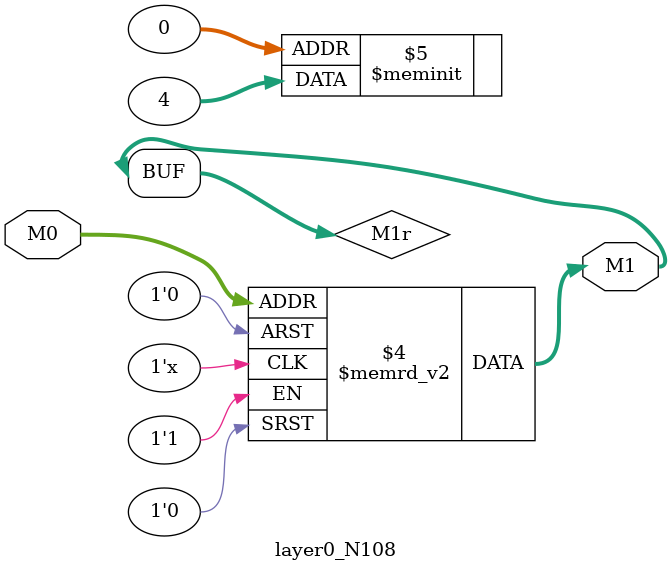
<source format=v>
module layer0_N108 ( input [3:0] M0, output [1:0] M1 );

	(*rom_style = "distributed" *) reg [1:0] M1r;
	assign M1 = M1r;
	always @ (M0) begin
		case (M0)
			4'b0000: M1r = 2'b00;
			4'b1000: M1r = 2'b00;
			4'b0100: M1r = 2'b00;
			4'b1100: M1r = 2'b00;
			4'b0010: M1r = 2'b00;
			4'b1010: M1r = 2'b00;
			4'b0110: M1r = 2'b00;
			4'b1110: M1r = 2'b00;
			4'b0001: M1r = 2'b01;
			4'b1001: M1r = 2'b00;
			4'b0101: M1r = 2'b00;
			4'b1101: M1r = 2'b00;
			4'b0011: M1r = 2'b00;
			4'b1011: M1r = 2'b00;
			4'b0111: M1r = 2'b00;
			4'b1111: M1r = 2'b00;

		endcase
	end
endmodule

</source>
